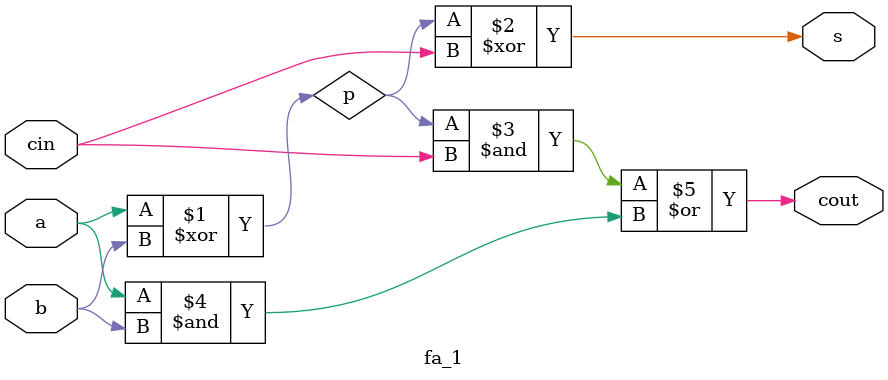
<source format=sv>
module fa_1(
    input  logic a,
    input  logic b,
    input  logic cin,
    output logic s,
    output logic cout
);

    logic  p;
    assign p    = a ^ b;
    assign s    = p ^ cin;
    assign cout = (p & cin) | (a & b);

endmodule
</source>
